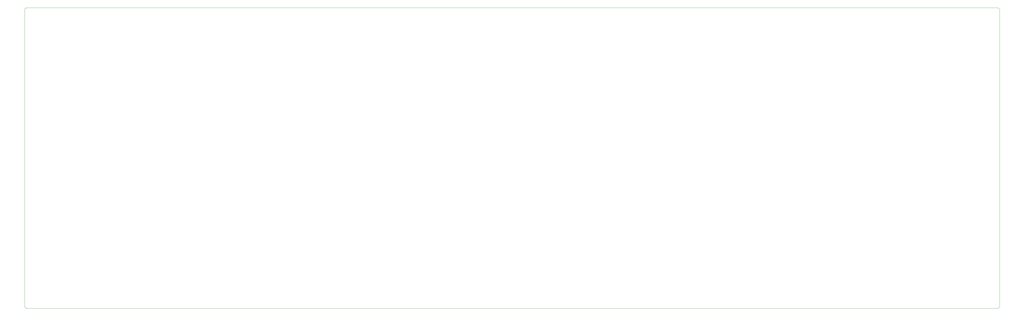
<source format=gm1>
G04 #@! TF.GenerationSoftware,KiCad,Pcbnew,(6.0.5)*
G04 #@! TF.CreationDate,2023-06-30T16:23:22+09:00*
G04 #@! TF.ProjectId,Varanidae,56617261-6e69-4646-9165-2e6b69636164,rev?*
G04 #@! TF.SameCoordinates,Original*
G04 #@! TF.FileFunction,Profile,NP*
%FSLAX46Y46*%
G04 Gerber Fmt 4.6, Leading zero omitted, Abs format (unit mm)*
G04 Created by KiCad (PCBNEW (6.0.5)) date 2023-06-30 16:23:22*
%MOMM*%
%LPD*%
G01*
G04 APERTURE LIST*
%ADD10C,0.100000*%
G04 APERTURE END LIST*
D10*
X18118114Y-88968099D02*
X401881333Y-88968099D01*
X401881333Y-208032228D02*
X18118114Y-208032228D01*
X17118174Y-89968039D02*
X17123361Y-89866170D01*
X17138581Y-89767159D01*
X17179101Y-89625123D01*
X17239312Y-89492401D01*
X17317485Y-89370722D01*
X17411890Y-89261815D01*
X17520797Y-89167410D01*
X17642476Y-89089237D01*
X17775198Y-89029026D01*
X17917234Y-88988506D01*
X18016245Y-88973286D01*
X18118114Y-88968099D01*
X18118114Y-208032228D02*
X18016245Y-208027040D01*
X17917234Y-208011820D01*
X17775198Y-207971298D01*
X17642476Y-207911083D01*
X17520797Y-207832904D01*
X17411890Y-207738490D01*
X17317485Y-207629568D01*
X17239312Y-207507869D01*
X17179101Y-207375121D01*
X17138581Y-207233051D01*
X17123361Y-207134014D01*
X17118174Y-207032116D01*
X401881333Y-88968099D02*
X401983231Y-88973286D01*
X402082268Y-88988506D01*
X402224338Y-89029026D01*
X402357086Y-89089237D01*
X402478785Y-89167410D01*
X402587707Y-89261815D01*
X402682121Y-89370722D01*
X402760300Y-89492401D01*
X402820515Y-89625123D01*
X402861037Y-89767159D01*
X402876257Y-89866170D01*
X402881445Y-89968039D01*
X17118174Y-207032116D02*
X17118174Y-89968039D01*
X402881445Y-207032116D02*
X402876257Y-207134014D01*
X402861037Y-207233051D01*
X402820515Y-207375121D01*
X402760300Y-207507869D01*
X402682121Y-207629568D01*
X402587707Y-207738490D01*
X402478785Y-207832904D01*
X402357086Y-207911083D01*
X402224338Y-207971298D01*
X402082268Y-208011820D01*
X401983231Y-208027040D01*
X401881333Y-208032228D01*
X402881445Y-89968039D02*
X402881445Y-207032116D01*
M02*

</source>
